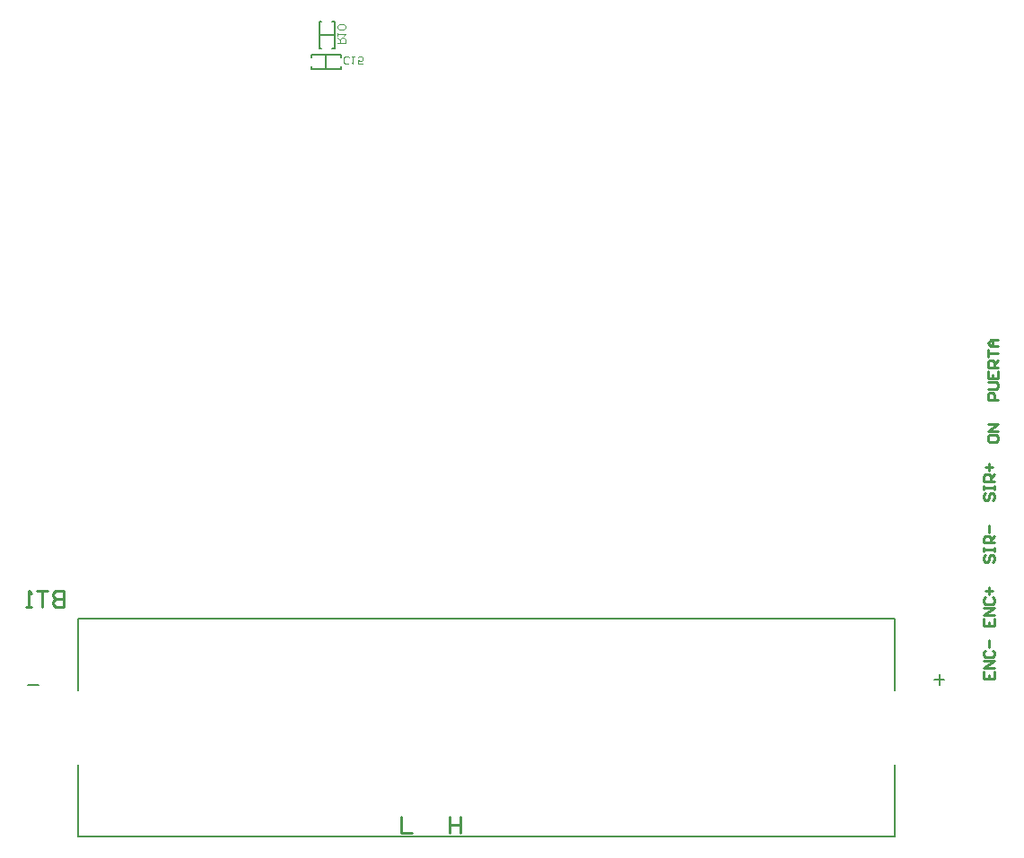
<source format=gbo>
G04*
G04 #@! TF.GenerationSoftware,Altium Limited,Altium Designer,21.3.2 (30)*
G04*
G04 Layer_Color=32896*
%FSLAX25Y25*%
%MOIN*%
G70*
G04*
G04 #@! TF.SameCoordinates,C802B3A6-08BF-4FCB-9CCF-05BD449E4A77*
G04*
G04*
G04 #@! TF.FilePolarity,Positive*
G04*
G01*
G75*
%ADD11C,0.00500*%
%ADD15C,0.00394*%
%ADD17C,0.00591*%
%ADD18C,0.01000*%
D11*
X352350Y56583D02*
Y60520D01*
X350381Y58552D02*
X354318D01*
X13767Y56583D02*
X17704D01*
X32370Y81485D02*
X335716D01*
X32370Y185D02*
X335716D01*
Y26859D01*
Y54811D02*
Y81485D01*
X32370Y185D02*
Y26859D01*
Y54811D02*
Y81485D01*
D15*
X128967Y295398D02*
X131722D01*
Y296775D01*
X131263Y297235D01*
X130344D01*
X129885Y296775D01*
Y295398D01*
Y296316D02*
X128967Y297235D01*
Y298153D02*
Y299071D01*
Y298612D01*
X131722D01*
X131263Y298153D01*
Y300449D02*
X131722Y300908D01*
Y301826D01*
X131263Y302285D01*
X129426D01*
X128967Y301826D01*
Y300908D01*
X129426Y300449D01*
X131263D01*
X133163Y288117D02*
X132704Y287658D01*
X131785D01*
X131326Y288117D01*
Y289953D01*
X131785Y290413D01*
X132704D01*
X133163Y289953D01*
X134081Y290413D02*
X135000D01*
X134540D01*
Y287658D01*
X134081Y288117D01*
X138214Y287658D02*
X136377D01*
Y289035D01*
X137295Y288576D01*
X137755D01*
X138214Y289035D01*
Y289953D01*
X137755Y290413D01*
X136836D01*
X136377Y289953D01*
D17*
X122232Y293420D02*
X122988D01*
X122232D02*
Y303420D01*
X122988D01*
X126988D02*
X127744D01*
Y293420D02*
Y303420D01*
X126988Y293420D02*
X127744D01*
X122232Y298420D02*
X127744D01*
X124596Y285550D02*
Y291062D01*
X119084Y285550D02*
Y286731D01*
Y285550D02*
X130107D01*
Y286731D01*
Y289881D02*
Y291062D01*
X119084D02*
X130107D01*
X119084Y289881D02*
Y291062D01*
D18*
X27049Y91559D02*
Y85561D01*
X24050D01*
X23050Y86560D01*
Y87560D01*
X24050Y88560D01*
X27049D01*
X24050D01*
X23050Y89560D01*
Y90559D01*
X24050Y91559D01*
X27049D01*
X21051D02*
X17052D01*
X19051D01*
Y85561D01*
X15053D02*
X13053D01*
X14053D01*
Y91559D01*
X15053Y90559D01*
X370338Y149052D02*
Y147740D01*
X370994Y147084D01*
X373617D01*
X374273Y147740D01*
Y149052D01*
X373617Y149708D01*
X370994D01*
X370338Y149052D01*
X374273Y151020D02*
X370338D01*
X374273Y153644D01*
X370338D01*
X374273Y162827D02*
X370338D01*
Y164795D01*
X370994Y165451D01*
X372305D01*
X372961Y164795D01*
Y162827D01*
X370338Y166763D02*
X373617D01*
X374273Y167419D01*
Y168731D01*
X373617Y169386D01*
X370338D01*
Y173322D02*
Y170698D01*
X374273D01*
Y173322D01*
X372305Y170698D02*
Y172010D01*
X374273Y174634D02*
X370338D01*
Y176602D01*
X370994Y177258D01*
X372305D01*
X372961Y176602D01*
Y174634D01*
Y175946D02*
X374273Y177258D01*
X370338Y178570D02*
Y181194D01*
Y179882D01*
X374273D01*
Y182506D02*
X371650D01*
X370338Y183818D01*
X371650Y185129D01*
X374273D01*
X372305D01*
Y182506D01*
X368959Y61632D02*
Y59008D01*
X372895D01*
Y61632D01*
X370927Y59008D02*
Y60320D01*
X372895Y62943D02*
X368959D01*
X372895Y65567D01*
X368959D01*
X369615Y69503D02*
X368959Y68847D01*
Y67535D01*
X369615Y66879D01*
X372239D01*
X372895Y67535D01*
Y68847D01*
X372239Y69503D01*
X370927Y70815D02*
Y73439D01*
X368959Y81310D02*
Y78686D01*
X372895D01*
Y81310D01*
X370927Y78686D02*
Y79998D01*
X372895Y82622D02*
X368959D01*
X372895Y85246D01*
X368959D01*
X369615Y89182D02*
X368959Y88526D01*
Y87214D01*
X369615Y86558D01*
X372239D01*
X372895Y87214D01*
Y88526D01*
X372239Y89182D01*
X370927Y90494D02*
Y93117D01*
X369615Y91805D02*
X372239D01*
X369615Y104925D02*
X368959Y104269D01*
Y102957D01*
X369615Y102301D01*
X370271D01*
X370927Y102957D01*
Y104269D01*
X371583Y104925D01*
X372239D01*
X372895Y104269D01*
Y102957D01*
X372239Y102301D01*
X368959Y106237D02*
Y107548D01*
Y106893D01*
X372895D01*
Y106237D01*
Y107548D01*
Y109516D02*
X368959D01*
Y111484D01*
X369615Y112140D01*
X370927D01*
X371583Y111484D01*
Y109516D01*
Y110828D02*
X372895Y112140D01*
X370927Y113452D02*
Y116076D01*
X369615Y127883D02*
X368959Y127227D01*
Y125915D01*
X369615Y125259D01*
X370271D01*
X370927Y125915D01*
Y127227D01*
X371583Y127883D01*
X372239D01*
X372895Y127227D01*
Y125915D01*
X372239Y125259D01*
X368959Y129195D02*
Y130507D01*
Y129851D01*
X372895D01*
Y129195D01*
Y130507D01*
Y132475D02*
X368959D01*
Y134443D01*
X369615Y135099D01*
X370927D01*
X371583Y134443D01*
Y132475D01*
Y133787D02*
X372895Y135099D01*
X370927Y136411D02*
Y139034D01*
X369615Y137723D02*
X372239D01*
X152568Y7666D02*
Y1668D01*
X156567D01*
X170562Y7666D02*
Y1668D01*
Y4667D01*
X174561D01*
Y7666D01*
Y1668D01*
M02*

</source>
